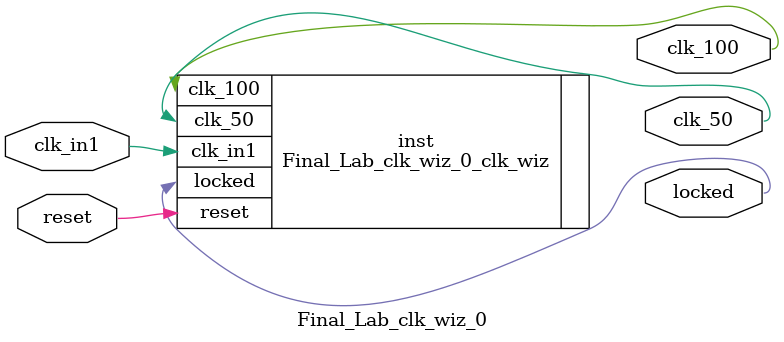
<source format=v>


`timescale 1ps/1ps

(* CORE_GENERATION_INFO = "Final_Lab_clk_wiz_0,clk_wiz_v6_0_11_0_0,{component_name=Final_Lab_clk_wiz_0,use_phase_alignment=true,use_min_o_jitter=false,use_max_i_jitter=false,use_dyn_phase_shift=false,use_inclk_switchover=false,use_dyn_reconfig=false,enable_axi=0,feedback_source=FDBK_AUTO,PRIMITIVE=MMCM,num_out_clk=2,clkin1_period=8.000,clkin2_period=10.000,use_power_down=false,use_reset=true,use_locked=true,use_inclk_stopped=false,feedback_type=SINGLE,CLOCK_MGR_TYPE=NA,manual_override=false}" *)

module Final_Lab_clk_wiz_0 
 (
  // Clock out ports
  output        clk_100,
  output        clk_50,
  // Status and control signals
  input         reset,
  output        locked,
 // Clock in ports
  input         clk_in1
 );

  Final_Lab_clk_wiz_0_clk_wiz inst
  (
  // Clock out ports  
  .clk_100(clk_100),
  .clk_50(clk_50),
  // Status and control signals               
  .reset(reset), 
  .locked(locked),
 // Clock in ports
  .clk_in1(clk_in1)
  );

endmodule

</source>
